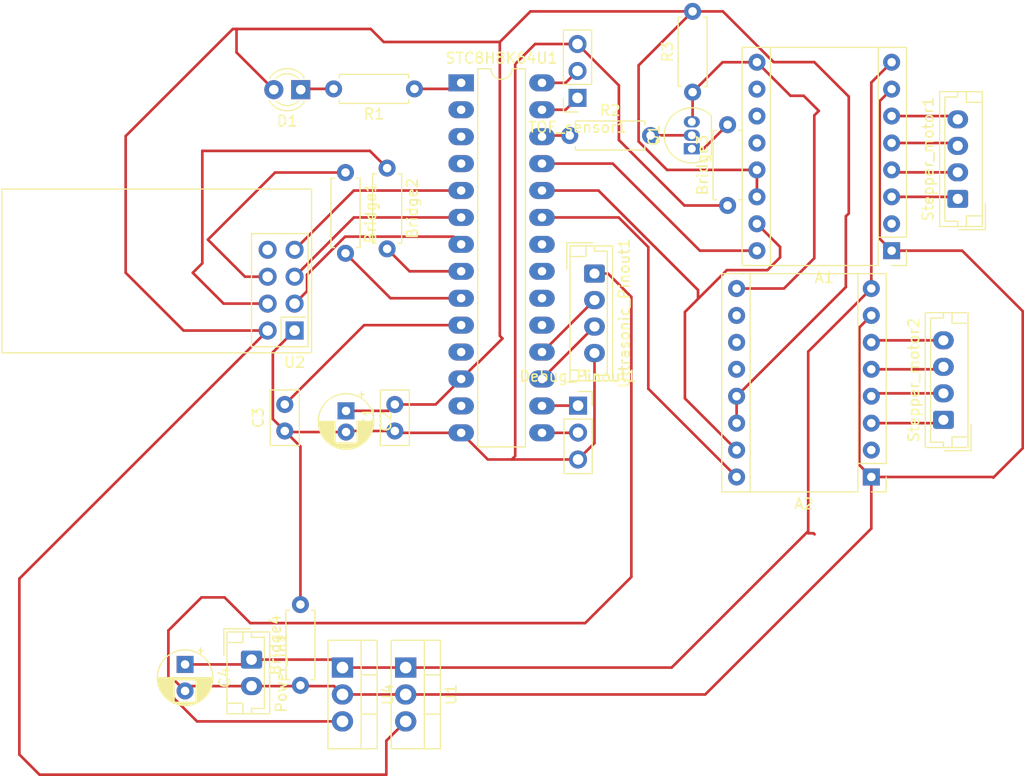
<source format=kicad_pcb>
(kicad_pcb (version 20221018) (generator pcbnew)
  (layers (0 "F.Cu" signal) (31 "B.Cu" signal) (34 "B.Paste" user) (35 "F.Paste" user) (36 "B.SilkS" user "B.Silkscreen") (37 "F.SilkS" user "F.Silkscreen") (38 "B.Mask" user) (39 "F.Mask" user) (44 "Edge.Cuts" user))
  (net 0 "")
  (net 1 "GND")
  (net 3 "Net-(A1-A2)")
  (net 4 "Net-(A1-A1)")
  (net 5 "Net-(A1-B1)")
  (net 6 "Net-(A1-B2)")
  (net 7 "+12V")
  (net 8 "ENABLE_INVERTED")
  (net 12 "+3.3V")
  (net 13 "STEP")
  (net 14 "DIR2")
  (net 16 "Net-(A2-A2)")
  (net 17 "Net-(A2-A1)")
  (net 18 "Net-(A2-B1)")
  (net 19 "Net-(A2-B2)")
  (net 23 "DIR1")
  (net 24 "Net-(STC8H8K64U1-Pin_10)")
  (net 25 "Net-(D1-K)")
  (net 26 "/TX")
  (net 27 "/RX")
  (net 28 "Net-(Q1-B)")
  (net 29 "/ENABLE")
  (net 30 "CSN")
  (net 31 "CE")
  (net 34 "MISO")
  (net 35 "SCLK")
  (net 36 "MOSI")
  (net 39 "ECHO")
  (net 40 "TRIGGER")
  (net 45 "SCL")
  (net 46 "SDA")
  (net 48 "+5V")
  (net 49 "Net-(STC8H8K64U1-Pin_9)")
  (net 50 "Net-(STC8H8K64U1-Pin_8)")
  (net 52 "Net-(Q1-E)")
  (net 53 "Net-(STC8H8K64U1-Pin_1)")
  (footprint "Connector_JST:JST_EH_B4B-EH-A_1x04_P2.50mm_Vertical" (layer "F.Cu") (at 129.775 94.525 -90)
    (fp_text reference "Ultrasonic_Pinout1" (at 3.75 -2.8 90) (layer "F.SilkS"))
    (fp_text value "Conn_01x04_Socket")
    (pad "1" thru_hole roundrect (at 0 0 270) (size 1.7 1.95) (drill 0.95) (layers "*.Cu" "*.Mask") (roundrect_rratio 0.147059) (net 48 "+5V"))
    (pad "2" thru_hole oval (at 2.5 0 270) (size 1.7 1.95) (drill 0.95) (layers "*.Cu" "*.Mask") (net 40 "TRIGGER"))
    (pad "3" thru_hole oval (at 5 0 270) (size 1.7 1.95) (drill 0.95) (layers "*.Cu" "*.Mask") (net 39 "ECHO"))
    (pad "4" thru_hole oval (at 7.5 0 270) (size 1.7 1.95) (drill 0.95) (layers "*.Cu" "*.Mask") (net 1 "GND"))
  )
  (footprint "Connector_PinSocket_2.54mm:PinSocket_1x03_P2.54mm_Vertical" (layer "F.Cu") (at 128.175 77.95 180)
    (fp_text reference "TOF_sensor1" (at 0 -2.77) (layer "F.SilkS"))
    (fp_text value "Conn_01x03_Socket")
    (pad "1" thru_hole rect (at 0 0 180) (size 1.7 1.7) (drill 1) (layers "*.Cu" "*.Mask") (net 46 "SDA"))
    (pad "2" thru_hole oval (at 0 2.54 180) (size 1.7 1.7) (drill 1) (layers "*.Cu" "*.Mask") (net 45 "SCL"))
    (pad "3" thru_hole oval (at 0 5.08 180) (size 1.7 1.7) (drill 1) (layers "*.Cu" "*.Mask") (net 1 "GND"))
  )
  (footprint "Capacitor_THT:C_Disc_D5.0mm_W2.5mm_P2.50mm" (layer "F.Cu") (at 110.95 109.375 90)
    (fp_text reference "C1" (at 1.25 -2.5 90) (layer "F.SilkS"))
    (fp_text value "10nF")
    (pad "1" thru_hole circle (at 0 0 90) (size 1.6 1.6) (drill 0.8) (layers "*.Cu" "*.Mask") (net 1 "GND"))
    (pad "2" thru_hole circle (at 2.5 0 90) (size 1.6 1.6) (drill 0.8) (layers "*.Cu" "*.Mask") (net 12 "+3.3V"))
  )
  (footprint "Connector_PinSocket_2.54mm:PinSocket_1x03_P2.54mm_Vertical" (layer "F.Cu") (at 128.225 106.985)
    (fp_text reference "Debug_Pinout1" (at 0 -2.77) (layer "F.SilkS"))
    (fp_text value "Conn_01x03_Socket")
    (pad "1" thru_hole rect (at 0 0) (size 1.7 1.7) (drill 1) (layers "*.Cu" "*.Mask") (net 26 "/TX"))
    (pad "2" thru_hole oval (at 0 2.54) (size 1.7 1.7) (drill 1) (layers "*.Cu" "*.Mask") (net 27 "/RX"))
    (pad "3" thru_hole oval (at 0 5.08) (size 1.7 1.7) (drill 1) (layers "*.Cu" "*.Mask") (net 1 "GND"))
  )
  (footprint "Connector_JST:JST_EH_B4B-EH-A_1x04_P2.50mm_Vertical" (layer "F.Cu") (at 162.675 108.325 90)
    (fp_text reference "Stepper_motor2" (at 3.75 -2.8 90) (layer "F.SilkS"))
    (fp_text value "Conn_01x04_Socket")
    (pad "1" thru_hole roundrect (at 0 0 90) (size 1.7 1.95) (drill 0.95) (layers "*.Cu" "*.Mask") (roundrect_rratio 0.147059) (net 16 "Net-(A2-A2)"))
    (pad "2" thru_hole oval (at 2.5 0 90) (size 1.7 1.95) (drill 0.95) (layers "*.Cu" "*.Mask") (net 17 "Net-(A2-A1)"))
    (pad "3" thru_hole oval (at 5 0 90) (size 1.7 1.95) (drill 0.95) (layers "*.Cu" "*.Mask") (net 18 "Net-(A2-B1)"))
    (pad "4" thru_hole oval (at 7.5 0 90) (size 1.7 1.95) (drill 0.95) (layers "*.Cu" "*.Mask") (net 19 "Net-(A2-B2)"))
  )
  (footprint "Module:Pololu_Breakout-16_15.2x20.3mm" (layer "F.Cu") (at 155.875 113.715 180)
    (fp_text reference "A2" (at 6.35 -2.54) (layer "F.SilkS"))
    (fp_text value "Pololu_Breakout_DRV8825")
    (pad "1" thru_hole rect (at 0 0 180) (size 1.6 1.6) (drill 0.8) (layers "*.Cu" "*.Mask") (net 1 "GND"))
    (pad "2" thru_hole oval (at 0 2.54 180) (size 1.6 1.6) (drill 0.8) (layers "*.Cu" "*.Mask"))
    (pad "3" thru_hole oval (at 0 5.08 180) (size 1.6 1.6) (drill 0.8) (layers "*.Cu" "*.Mask") (net 16 "Net-(A2-A2)"))
    (pad "4" thru_hole oval (at 0 7.62 180) (size 1.6 1.6) (drill 0.8) (layers "*.Cu" "*.Mask") (net 17 "Net-(A2-A1)"))
    (pad "5" thru_hole oval (at 0 10.16 180) (size 1.6 1.6) (drill 0.8) (layers "*.Cu" "*.Mask") (net 18 "Net-(A2-B1)"))
    (pad "6" thru_hole oval (at 0 12.7 180) (size 1.6 1.6) (drill 0.8) (layers "*.Cu" "*.Mask") (net 19 "Net-(A2-B2)"))
    (pad "7" thru_hole oval (at 0 15.24 180) (size 1.6 1.6) (drill 0.8) (layers "*.Cu" "*.Mask") (net 1 "GND"))
    (pad "8" thru_hole oval (at 0 17.78 180) (size 1.6 1.6) (drill 0.8) (layers "*.Cu" "*.Mask") (net 7 "+12V"))
    (pad "9" thru_hole oval (at 12.7 17.78 180) (size 1.6 1.6) (drill 0.8) (layers "*.Cu" "*.Mask") (net 8 "ENABLE_INVERTED"))
    (pad "10" thru_hole oval (at 12.7 15.24 180) (size 1.6 1.6) (drill 0.8) (layers "*.Cu" "*.Mask"))
    (pad "11" thru_hole oval (at 12.7 12.7 180) (size 1.6 1.6) (drill 0.8) (layers "*.Cu" "*.Mask"))
    (pad "12" thru_hole oval (at 12.7 10.16 180) (size 1.6 1.6) (drill 0.8) (layers "*.Cu" "*.Mask"))
    (pad "13" thru_hole oval (at 12.7 7.62 180) (size 1.6 1.6) (drill 0.8) (layers "*.Cu" "*.Mask") (net 12 "+3.3V"))
    (pad "14" thru_hole oval (at 12.7 5.08 180) (size 1.6 1.6) (drill 0.8) (layers "*.Cu" "*.Mask") (net 12 "+3.3V"))
    (pad "15" thru_hole oval (at 12.7 2.54 180) (size 1.6 1.6) (drill 0.8) (layers "*.Cu" "*.Mask") (net 13 "STEP"))
    (pad "16" thru_hole oval (at 12.7 0 180) (size 1.6 1.6) (drill 0.8) (layers "*.Cu" "*.Mask") (net 23 "DIR1"))
  )
  (footprint "Package_TO_SOT_THT:TO-220-3_Vertical" (layer "F.Cu") (at 111.975 131.695 -90)
    (fp_text reference "U1" (at 2.54 -4.27 90) (layer "F.SilkS"))
    (fp_text value "LD33v_TO220")
    (pad "1" thru_hole rect (at 0 0 270) (size 1.905 2) (drill 1.1) (layers "*.Cu" "*.Mask") (net 7 "+12V"))
    (pad "2" thru_hole oval (at 2.54 0 270) (size 1.905 2) (drill 1.1) (layers "*.Cu" "*.Mask") (net 1 "GND"))
    (pad "3" thru_hole oval (at 5.08 0 270) (size 1.905 2) (drill 1.1) (layers "*.Cu" "*.Mask") (net 12 "+3.3V"))
  )
  (footprint "Package_DIP:DIP-28_W7.62mm_LongPads" (layer "F.Cu") (at 117.205 76.53)
    (fp_text reference "STC8H8K64U1" (at 3.81 -2.33) (layer "F.SilkS"))
    (fp_text value "Conn_02x14_Counter_Clockwise")
    (pad "1" thru_hole rect (at 0 0) (size 2.4 1.6) (drill 0.8) (layers "*.Cu" "*.Mask") (net 53 "Net-(STC8H8K64U1-Pin_1)"))
    (pad "2" thru_hole oval (at 0 2.54) (size 2.4 1.6) (drill 0.8) (layers "*.Cu" "*.Mask"))
    (pad "3" thru_hole oval (at 0 5.08) (size 2.4 1.6) (drill 0.8) (layers "*.Cu" "*.Mask"))
    (pad "4" thru_hole oval (at 0 7.62) (size 2.4 1.6) (drill 0.8) (layers "*.Cu" "*.Mask"))
    (pad "5" thru_hole oval (at 0 10.16) (size 2.4 1.6) (drill 0.8) (layers "*.Cu" "*.Mask") (net 34 "MISO"))
    (pad "6" thru_hole oval (at 0 12.7) (size 2.4 1.6) (drill 0.8) (layers "*.Cu" "*.Mask") (net 35 "SCLK"))
    (pad "7" thru_hole oval (at 0 15.24) (size 2.4 1.6) (drill 0.8) (layers "*.Cu" "*.Mask") (net 31 "CE"))
    (pad "8" thru_hole oval (at 0 17.78) (size 2.4 1.6) (drill 0.8) (layers "*.Cu" "*.Mask") (net 50 "Net-(STC8H8K64U1-Pin_8)"))
    (pad "9" thru_hole oval (at 0 20.32) (size 2.4 1.6) (drill 0.8) (layers "*.Cu" "*.Mask") (net 49 "Net-(STC8H8K64U1-Pin_9)"))
    (pad "10" thru_hole oval (at 0 22.86) (size 2.4 1.6) (drill 0.8) (layers "*.Cu" "*.Mask") (net 24 "Net-(STC8H8K64U1-Pin_10)"))
    (pad "11" thru_hole oval (at 0 25.4) (size 2.4 1.6) (drill 0.8) (layers "*.Cu" "*.Mask"))
    (pad "12" thru_hole oval (at 0 27.94) (size 2.4 1.6) (drill 0.8) (layers "*.Cu" "*.Mask") (net 12 "+3.3V"))
    (pad "13" thru_hole oval (at 0 30.48) (size 2.4 1.6) (drill 0.8) (layers "*.Cu" "*.Mask"))
    (pad "14" thru_hole oval (at 0 33.02) (size 2.4 1.6) (drill 0.8) (layers "*.Cu" "*.Mask") (net 1 "GND"))
    (pad "15" thru_hole oval (at 7.62 33.02) (size 2.4 1.6) (drill 0.8) (layers "*.Cu" "*.Mask") (net 27 "/RX"))
    (pad "16" thru_hole oval (at 7.62 30.48) (size 2.4 1.6) (drill 0.8) (layers "*.Cu" "*.Mask") (net 26 "/TX"))
    (pad "17" thru_hole oval (at 7.62 27.94) (size 2.4 1.6) (drill 0.8) (layers "*.Cu" "*.Mask") (net 39 "ECHO"))
    (pad "18" thru_hole oval (at 7.62 25.4) (size 2.4 1.6) (drill 0.8) (layers "*.Cu" "*.Mask") (net 40 "TRIGGER"))
    (pad "19" thru_hole oval (at 7.62 22.86) (size 2.4 1.6) (drill 0.8) (layers "*.Cu" "*.Mask"))
    (pad "20" thru_hole oval (at 7.62 20.32) (size 2.4 1.6) (drill 0.8) (layers "*.Cu" "*.Mask"))
    (pad "21" thru_hole oval (at 7.62 17.78) (size 2.4 1.6) (drill 0.8) (layers "*.Cu" "*.Mask"))
    (pad "22" thru_hole oval (at 7.62 15.24) (size 2.4 1.6) (drill 0.8) (layers "*.Cu" "*.Mask"))
    (pad "23" thru_hole oval (at 7.62 12.7) (size 2.4 1.6) (drill 0.8) (layers "*.Cu" "*.Mask") (net 23 "DIR1"))
    (pad "24" thru_hole oval (at 7.62 10.16) (size 2.4 1.6) (drill 0.8) (layers "*.Cu" "*.Mask") (net 13 "STEP"))
    (pad "25" thru_hole oval (at 7.62 7.62) (size 2.4 1.6) (drill 0.8) (layers "*.Cu" "*.Mask") (net 14 "DIR2"))
    (pad "26" thru_hole oval (at 7.62 5.08) (size 2.4 1.6) (drill 0.8) (layers "*.Cu" "*.Mask") (net 29 "/ENABLE"))
    (pad "27" thru_hole oval (at 7.62 2.54) (size 2.4 1.6) (drill 0.8) (layers "*.Cu" "*.Mask") (net 46 "SDA"))
    (pad "28" thru_hole oval (at 7.62 0) (size 2.4 1.6) (drill 0.8) (layers "*.Cu" "*.Mask") (net 45 "SCL"))
  )
  (footprint "Capacitor_THT:CP_Radial_D5.0mm_P2.50mm" (layer "F.Cu") (at 91.175 131.4 -90)
    (fp_text reference "C4" (at 1.25 -3.75 90) (layer "F.SilkS"))
    (fp_text value "220uF")
    (pad "1" thru_hole rect (at 0 0 270) (size 1.6 1.6) (drill 0.8) (layers "*.Cu" "*.Mask") (net 7 "+12V"))
    (pad "2" thru_hole circle (at 2.5 0 270) (size 1.6 1.6) (drill 0.8) (layers "*.Cu" "*.Mask") (net 1 "GND"))
  )
  (footprint "Capacitor_THT:C_Disc_D5.0mm_W2.5mm_P2.50mm" (layer "F.Cu") (at 100.575 109.375 90)
    (fp_text reference "C3" (at 1.25 -2.5 90) (layer "F.SilkS"))
    (fp_text value "10nF")
    (pad "1" thru_hole circle (at 0 0 90) (size 1.6 1.6) (drill 0.8) (layers "*.Cu" "*.Mask") (net 1 "GND"))
    (pad "2" thru_hole circle (at 2.5 0 90) (size 1.6 1.6) (drill 0.8) (layers "*.Cu" "*.Mask") (net 24 "Net-(STC8H8K64U1-Pin_10)"))
  )
  (footprint "Resistor_THT:R_Axial_DIN0207_L6.3mm_D2.5mm_P7.62mm_Horizontal" (layer "F.Cu") (at 112.8 77.1 180)
    (fp_text reference "R1" (at 3.81 -2.37) (layer "F.SilkS"))
    (fp_text value "220")
    (pad "1" thru_hole circle (at 0 0 180) (size 1.6 1.6) (drill 0.8) (layers "*.Cu" "*.Mask") (net 53 "Net-(STC8H8K64U1-Pin_1)"))
    (pad "2" thru_hole oval (at 7.62 0 180) (size 1.6 1.6) (drill 0.8) (layers "*.Cu" "*.Mask") (net 25 "Net-(D1-K)"))
  )
  (footprint "Connector_JST:JST_EH_B4B-EH-A_1x04_P2.50mm_Vertical" (layer "F.Cu") (at 164.025 87.475 90)
    (fp_text reference "Stepper_motor1" (at 3.75 -2.8 90) (layer "F.SilkS"))
    (fp_text value "Conn_01x04_Socket")
    (pad "1" thru_hole roundrect (at 0 0 90) (size 1.7 1.95) (drill 0.95) (layers "*.Cu" "*.Mask") (roundrect_rratio 0.147059) (net 3 "Net-(A1-A2)"))
    (pad "2" thru_hole oval (at 2.5 0 90) (size 1.7 1.95) (drill 0.95) (layers "*.Cu" "*.Mask") (net 4 "Net-(A1-A1)"))
    (pad "3" thru_hole oval (at 5 0 90) (size 1.7 1.95) (drill 0.95) (layers "*.Cu" "*.Mask") (net 5 "Net-(A1-B1)"))
    (pad "4" thru_hole oval (at 7.5 0 90) (size 1.7 1.95) (drill 0.95) (layers "*.Cu" "*.Mask") (net 6 "Net-(A1-B2)"))
  )
  (footprint "Module:Pololu_Breakout-16_15.2x20.3mm" (layer "F.Cu") (at 157.79 92.365 180)
    (fp_text reference "A1" (at 6.35 -2.54) (layer "F.SilkS"))
    (fp_text value "Pololu_Breakout_DRV8825")
    (pad "1" thru_hole rect (at 0 0 180) (size 1.6 1.6) (drill 0.8) (layers "*.Cu" "*.Mask") (net 1 "GND"))
    (pad "2" thru_hole oval (at 0 2.54 180) (size 1.6 1.6) (drill 0.8) (layers "*.Cu" "*.Mask"))
    (pad "3" thru_hole oval (at 0 5.08 180) (size 1.6 1.6) (drill 0.8) (layers "*.Cu" "*.Mask") (net 3 "Net-(A1-A2)"))
    (pad "4" thru_hole oval (at 0 7.62 180) (size 1.6 1.6) (drill 0.8) (layers "*.Cu" "*.Mask") (net 4 "Net-(A1-A1)"))
    (pad "5" thru_hole oval (at 0 10.16 180) (size 1.6 1.6) (drill 0.8) (layers "*.Cu" "*.Mask") (net 5 "Net-(A1-B1)"))
    (pad "6" thru_hole oval (at 0 12.7 180) (size 1.6 1.6) (drill 0.8) (layers "*.Cu" "*.Mask") (net 6 "Net-(A1-B2)"))
    (pad "7" thru_hole oval (at 0 15.24 180) (size 1.6 1.6) (drill 0.8) (layers "*.Cu" "*.Mask") (net 1 "GND"))
    (pad "8" thru_hole oval (at 0 17.78 180) (size 1.6 1.6) (drill 0.8) (layers "*.Cu" "*.Mask") (net 7 "+12V"))
    (pad "9" thru_hole oval (at 12.7 17.78 180) (size 1.6 1.6) (drill 0.8) (layers "*.Cu" "*.Mask") (net 8 "ENABLE_INVERTED"))
    (pad "10" thru_hole oval (at 12.7 15.24 180) (size 1.6 1.6) (drill 0.8) (layers "*.Cu" "*.Mask"))
    (pad "11" thru_hole oval (at 12.7 12.7 180) (size 1.6 1.6) (drill 0.8) (layers "*.Cu" "*.Mask"))
    (pad "12" thru_hole oval (at 12.7 10.16 180) (size 1.6 1.6) (drill 0.8) (layers "*.Cu" "*.Mask"))
    (pad "13" thru_hole oval (at 12.7 7.62 180) (size 1.6 1.6) (drill 0.8) (layers "*.Cu" "*.Mask") (net 12 "+3.3V"))
    (pad "14" thru_hole oval (at 12.7 5.08 180) (size 1.6 1.6) (drill 0.8) (layers "*.Cu" "*.Mask") (net 12 "+3.3V"))
    (pad "15" thru_hole oval (at 12.7 2.54 180) (size 1.6 1.6) (drill 0.8) (layers "*.Cu" "*.Mask") (net 13 "STEP"))
    (pad "16" thru_hole oval (at 12.7 0 180) (size 1.6 1.6) (drill 0.8) (layers "*.Cu" "*.Mask") (net 14 "DIR2"))
  )
  (footprint "Resistor_THT:R_Axial_DIN0207_L6.3mm_D2.5mm_P7.62mm_Horizontal" (layer "F.Cu") (at 110.225 84.575 -90)
    (fp_text reference "Bridge2" (at 3.81 -2.37 90) (layer "F.SilkS"))
    (fp_text value "0ohm")
    (pad "1" thru_hole circle (at 0 0 270) (size 1.6 1.6) (drill 0.8) (layers "*.Cu" "*.Mask") (net 30 "CSN"))
    (pad "2" thru_hole oval (at 7.62 0 270) (size 1.6 1.6) (drill 0.8) (layers "*.Cu" "*.Mask") (net 50 "Net-(STC8H8K64U1-Pin_8)"))
  )
  (footprint "Connector_JST:JST_EH_B2B-EH-A_1x02_P2.50mm_Vertical" (layer "F.Cu") (at 97.44 130.945 -90)
    (fp_text reference "Power_in1" (at 1.25 -2.8 90) (layer "F.SilkS"))
    (fp_text value "Conn_01x02_Socket")
    (pad "1" thru_hole roundrect (at 0 0 270) (size 1.7 2) (drill 1) (layers "*.Cu" "*.Mask") (roundrect_rratio 0.147059) (net 7 "+12V"))
    (pad "2" thru_hole oval (at 2.5 0 270) (size 1.7 2) (drill 1) (layers "*.Cu" "*.Mask") (net 1 "GND"))
  )
  (footprint "RF_Module:nRF24L01_Breakout" (layer "F.Cu") (at 101.5 99.9 180)
    (fp_text reference "U2" (at 0 -3) (layer "F.SilkS"))
    (fp_text value "NRF24L01_Breakout")
    (pad "1" thru_hole rect (at 0 0 180) (size 1.7 1.7) (drill 1) (layers "*.Cu" "*.Mask") (net 1 "GND"))
    (pad "2" thru_hole circle (at 2.54 0 180) (size 1.7 1.7) (drill 1) (layers "*.Cu" "*.Mask") (net 12 "+3.3V"))
    (pad "3" thru_hole circle (at 0 2.54 180) (size 1.7 1.7) (drill 1) (layers "*.Cu" "*.Mask") (net 31 "CE"))
    (pad "4" thru_hole circle (at 2.54 2.54 180) (size 1.7 1.7) (drill 1) (layers "*.Cu" "*.Mask") (net 30 "CSN"))
    (pad "5" thru_hole circle (at 0 5.08 180) (size 1.7 1.7) (drill 1) (layers "*.Cu" "*.Mask") (net 35 "SCLK"))
    (pad "6" thru_hole circle (at 2.54 5.08 180) (size 1.7 1.7) (drill 1) (layers "*.Cu" "*.Mask") (net 36 "MOSI"))
    (pad "7" thru_hole circle (at 0 7.62 180) (size 1.7 1.7) (drill 1) (layers "*.Cu" "*.Mask") (net 34 "MISO"))
    (pad "8" thru_hole circle (at 2.54 7.62 180) (size 1.7 1.7) (drill 1) (layers "*.Cu" "*.Mask"))
  )
  (footprint "Resistor_THT:R_Axial_DIN0207_L6.3mm_D2.5mm_P7.62mm_Horizontal" (layer "F.Cu") (at 142.325 88.1 90)
    (fp_text reference "Bridge3" (at 3.81 -2.37 90) (layer "F.SilkS"))
    (fp_text value "0ohm")
    (pad "1" thru_hole circle (at 0 0 90) (size 1.6 1.6) (drill 0.8) (layers "*.Cu" "*.Mask") (net 1 "GND"))
    (pad "2" thru_hole oval (at 7.62 0 90) (size 1.6 1.6) (drill 0.8) (layers "*.Cu" "*.Mask") (net 52 "Net-(Q1-E)"))
  )
  (footprint "Resistor_THT:R_Axial_DIN0207_L6.3mm_D2.5mm_P7.62mm_Horizontal" (layer "F.Cu") (at 127.44 81.5)
    (fp_text reference "R2" (at 3.81 -2.37) (layer "F.SilkS"))
    (fp_text value "1k")
    (pad "1" thru_hole circle (at 0 0) (size 1.6 1.6) (drill 0.8) (layers "*.Cu" "*.Mask") (net 29 "/ENABLE"))
    (pad "2" thru_hole oval (at 7.62 0) (size 1.6 1.6) (drill 0.8) (layers "*.Cu" "*.Mask") (net 28 "Net-(Q1-B)"))
  )
  (footprint "Resistor_THT:R_Axial_DIN0207_L6.3mm_D2.5mm_P7.62mm_Horizontal" (layer "F.Cu") (at 106.3 84.99 -90)
    (fp_text reference "Bridge1" (at 3.81 -2.37 90) (layer "F.SilkS"))
    (fp_text value "0ohm")
    (pad "1" thru_hole circle (at 0 0 270) (size 1.6 1.6) (drill 0.8) (layers "*.Cu" "*.Mask") (net 36 "MOSI"))
    (pad "2" thru_hole oval (at 7.62 0 270) (size 1.6 1.6) (drill 0.8) (layers "*.Cu" "*.Mask") (net 49 "Net-(STC8H8K64U1-Pin_9)"))
  )
  (footprint "LED_THT:LED_D3.0mm" (layer "F.Cu") (at 102.08 77.175 180)
    (fp_text reference "D1" (at 1.27 -2.96) (layer "F.SilkS"))
    (fp_text value "LED")
    (pad "1" thru_hole rect (at 0 0 180) (size 1.8 1.8) (drill 0.9) (layers "*.Cu" "*.Mask") (net 25 "Net-(D1-K)"))
    (pad "2" thru_hole circle (at 2.54 0 180) (size 1.8 1.8) (drill 0.9) (layers "*.Cu" "*.Mask") (net 12 "+3.3V"))
  )
  (footprint "Package_TO_SOT_THT:TO-92_Inline" (layer "F.Cu") (at 138.95 82.75 90)
    (fp_text reference "Q1" (at 1.27 -3.56 90) (layer "F.SilkS"))
    (fp_text value "S8050")
    (pad "1" thru_hole rect (at 0 0 90) (size 1.05 1.5) (drill 0.75) (layers "*.Cu" "*.Mask") (net 52 "Net-(Q1-E)"))
    (pad "2" thru_hole oval (at 1.27 0 90) (size 1.05 1.5) (drill 0.75) (layers "*.Cu" "*.Mask") (net 28 "Net-(Q1-B)"))
    (pad "3" thru_hole oval (at 2.54 0 90) (size 1.05 1.5) (drill 0.75) (layers "*.Cu" "*.Mask") (net 8 "ENABLE_INVERTED"))
  )
  (footprint "Resistor_THT:R_Axial_DIN0207_L6.3mm_D2.5mm_P7.62mm_Horizontal" (layer "F.Cu") (at 139.025 77.41 90)
    (fp_text reference "R3" (at 3.81 -2.37 90) (layer "F.SilkS"))
    (fp_text value "220")
    (pad "1" thru_hole circle (at 0 0 90) (size 1.6 1.6) (drill 0.8) (layers "*.Cu" "*.Mask") (net 8 "ENABLE_INVERTED"))
    (pad "2" thru_hole oval (at 7.62 0 90) (size 1.6 1.6) (drill 0.8) (layers "*.Cu" "*.Mask") (net 12 "+3.3V"))
  )
  (footprint "Resistor_THT:R_Axial_DIN0207_L6.3mm_D2.5mm_P7.62mm_Horizontal" (layer "F.Cu") (at 102.05 133.375 90)
    (fp_text reference "Bridge4" (at 3.81 -2.37 90) (layer "F.SilkS"))
    (fp_text value "0ohm")
    (pad "1" thru_hole circle (at 0 0 90) (size 1.6 1.6) (drill 0.8) (layers "*.Cu" "*.Mask") (net 1 "GND"))
    (pad "2" thru_hole oval (at 7.62 0 90) (size 1.6 1.6) (drill 0.8) (layers "*.Cu" "*.Mask") (net 1 "GND"))
  )
  (footprint "Package_TO_SOT_THT:TO-220-3_Vertical" (layer "F.Cu") (at 106.015 131.695 -90)
    (fp_text reference "U4" (at 2.54 -4.27 90) (layer "F.SilkS"))
    (fp_text value "LM7805_TO220")
    (pad "1" thru_hole rect (at 0 0 270) (size 1.905 2) (drill 1.1) (layers "*.Cu" "*.Mask") (net 7 "+12V"))
    (pad "2" thru_hole oval (at 2.54 0 270) (size 1.905 2) (drill 1.1) (layers "*.Cu" "*.Mask") (net 1 "GND"))
    (pad "3" thru_hole oval (at 5.08 0 270) (size 1.905 2) (drill 1.1) (layers "*.Cu" "*.Mask") (net 48 "+5V"))
  )
  (footprint "Capacitor_THT:CP_Radial_D5.0mm_P2.00mm" (layer "F.Cu") (at 106.35 107.475 -90)
    (fp_text reference "C2" (at 1 -3.75 90) (layer "F.SilkS"))
    (fp_text value "22uF")
    (pad "1" thru_hole rect (at 0 0 270) (size 1.6 1.6) (drill 0.8) (layers "*.Cu" "*.Mask") (net 12 "+3.3V"))
    (pad "2" thru_hole circle (at 2 0 270) (size 1.6 1.6) (drill 0.8) (layers "*.Cu" "*.Mask") (net 1 "GND"))
  )
  (segment (start 117.205 109.55) (end 111.125 109.55) (width 0.25) (layer "F.Cu") (net 1))
  (segment (start 164.44 92.365) (end 170.15 98.075) (width 0.25) (layer "F.Cu") (net 1))
  (segment (start 122.3 74.75) (end 122.3 111.74) (width 0.25) (layer "F.Cu") (net 1))
  (segment (start 155.875 118.575) (end 140.215 134.235) (width 0.25) (layer "F.Cu") (net 1))
  (segment (start 167.315 113.715) (end 155.875 113.715) (width 0.25) (layer "F.Cu") (net 1))
  (segment (start 170.15 111) (end 167.375 113.775) (width 0.25) (layer "F.Cu") (net 1))
  (segment (start 156.665 91.24) (end 157.79 92.365) (width 0.25) (layer "F.Cu") (net 1))
  (segment (start 154.75 112.59) (end 155.875 113.715) (width 0.25) (layer "F.Cu") (net 1))
  (segment (start 111.125 109.55) (end 110.95 109.375) (width 0.25) (layer "F.Cu") (net 1))
  (segment (start 106.015 134.235) (end 111.975 134.235) (width 0.25) (layer "F.Cu") (net 1))
  (segment (start 157.79 92.365) (end 164.44 92.365) (width 0.25) (layer "F.Cu") (net 1))
  (segment (start 90.05 132.775) (end 91.175 133.9) (width 0.25) (layer "F.Cu") (net 1))
  (segment (start 124.18 72.87) (end 122.3 74.75) (width 0.25) (layer "F.Cu") (net 1))
  (segment (start 122.3 111.74) (end 121.975 112.065) (width 0.25) (layer "F.Cu") (net 1))
  (segment (start 119.72 112.065) (end 121.975 112.065) (width 0.25) (layer "F.Cu") (net 1))
  (segment (start 99.45 101.95) (end 99.45 108.25) (width 0.25) (layer "F.Cu") (net 1))
  (segment (start 102.05 125.755) (end 102.05 110.85) (width 0.25) (layer "F.Cu") (net 1))
  (segment (start 132.075 81.925) (end 132.075 76.77) (width 0.25) (layer "F.Cu") (net 1))
  (segment (start 117.205 109.55) (end 119.72 112.065) (width 0.25) (layer "F.Cu") (net 1))
  (segment (start 128.175 72.87) (end 124.18 72.87) (width 0.25) (layer "F.Cu") (net 1))
  (segment (start 155.875 98.475) (end 154.75 99.6) (width 0.25) (layer "F.Cu") (net 1))
  (segment (start 91.63 133.445) (end 91.175 133.9) (width 0.25) (layer "F.Cu") (net 1))
  (segment (start 156.665 78.25) (end 156.665 91.24) (width 0.25) (layer "F.Cu") (net 1))
  (segment (start 129.775 110.515) (end 128.225 112.065) (width 0.25) (layer "F.Cu") (net 1))
  (segment (start 140.215 134.235) (end 111.975 134.235) (width 0.25) (layer "F.Cu") (net 1))
  (segment (start 142.325 88.1) (end 138.25 88.1) (width 0.25) (layer "F.Cu") (net 1))
  (segment (start 102.05 110.85) (end 100.575 109.375) (width 0.25) (layer "F.Cu") (net 1))
  (segment (start 106.35 109.475) (end 100.675 109.475) (width 0.25) (layer "F.Cu") (net 1))
  (segment (start 100.675 109.475) (end 100.575 109.375) (width 0.25) (layer "F.Cu") (net 1))
  (segment (start 106.45 109.375) (end 106.35 109.475) (width 0.25) (layer "F.Cu") (net 1))
  (segment (start 99.45 108.25) (end 100.575 109.375) (width 0.25) (layer "F.Cu") (net 1))
  (segment (start 105.225 133.445) (end 106.015 134.235) (width 0.25) (layer "F.Cu") (net 1))
  (segment (start 138.25 88.1) (end 132.075 81.925) (width 0.25) (layer "F.Cu") (net 1))
  (segment (start 122.175 112.065) (end 128.225 112.065) (width 0.25) (layer "F.Cu") (net 1))
  (segment (start 170.15 98.075) (end 170.15 111) (width 0.25) (layer "F.Cu") (net 1))
  (segment (start 167.375 113.775) (end 167.315 113.715) (width 0.25) (layer "F.Cu") (net 1))
  (segment (start 121.975 112.065) (end 122.175 112.065) (width 0.25) (layer "F.Cu") (net 1))
  (segment (start 154.75 99.6) (end 154.75 112.59) (width 0.25) (layer "F.Cu") (net 1))
  (segment (start 97.44 133.445) (end 91.63 133.445) (width 0.25) (layer "F.Cu") (net 1))
  (segment (start 129.775 102.025) (end 129.775 110.515) (width 0.25) (layer "F.Cu") (net 1))
  (segment (start 155.875 113.715) (end 155.875 118.575) (width 0.25) (layer "F.Cu") (net 1))
  (segment (start 97.44 133.445) (end 105.225 133.445) (width 0.25) (layer "F.Cu") (net 1))
  (segment (start 101.5 99.9) (end 99.45 101.95) (width 0.25) (layer "F.Cu") (net 1))
  (segment (start 132.075 76.77) (end 128.175 72.87) (width 0.25) (layer "F.Cu") (net 1))
  (segment (start 110.95 109.375) (end 106.45 109.375) (width 0.25) (layer "F.Cu") (net 1))
  (segment (start 157.79 77.125) (end 156.665 78.25) (width 0.25) (layer "F.Cu") (net 1))
  (segment (start 157.79 87.285) (end 163.835 87.285) (width 0.25) (layer "F.Cu") (net 3))
  (segment (start 163.835 87.285) (end 164.025 87.475) (width 0.25) (layer "F.Cu") (net 3))
  (segment (start 158.02 84.975) (end 157.79 84.745) (width 0.25) (layer "F.Cu") (net 4))
  (segment (start 164.025 84.975) (end 158.02 84.975) (width 0.25) (layer "F.Cu") (net 4))
  (segment (start 163.755 82.205) (end 164.025 82.475) (width 0.25) (layer "F.Cu") (net 5))
  (segment (start 157.79 82.205) (end 163.755 82.205) (width 0.25) (layer "F.Cu") (net 5))
  (segment (start 157.79 79.665) (end 163.715 79.665) (width 0.25) (layer "F.Cu") (net 6))
  (segment (start 163.715 79.665) (end 164.025 79.975) (width 0.25) (layer "F.Cu") (net 6))
  (segment (start 155.875 95.935) (end 155.875 76.5) (width 0.25) (layer "F.Cu") (net 7))
  (segment (start 105.265 130.945) (end 106.015 131.695) (width 0.25) (layer "F.Cu") (net 7))
  (segment (start 149.925 119.025) (end 150.425 119.025) (width 0.25) (layer "F.Cu") (net 7))
  (segment (start 137.055 131.695) (end 149.925 118.825) (width 0.25) (layer "F.Cu") (net 7))
  (segment (start 96.985 131.4) (end 97.44 130.945) (width 0.25) (layer "F.Cu") (net 7))
  (segment (start 149.925 101.885) (end 149.925 118.825) (width 0.25) (layer "F.Cu") (net 7))
  (segment (start 91.175 131.4) (end 96.985 131.4) (width 0.25) (layer "F.Cu") (net 7))
  (segment (start 150.425 119.025) (end 150.525 119.125) (width 0.25) (layer "F.Cu") (net 7))
  (segment (start 149.925 118.825) (end 149.925 119.025) (width 0.25) (layer "F.Cu") (net 7))
  (segment (start 155.875 76.5) (end 157.79 74.585) (width 0.25) (layer "F.Cu") (net 7))
  (segment (start 155.875 95.935) (end 149.925 101.885) (width 0.25) (layer "F.Cu") (net 7))
  (segment (start 97.44 130.945) (end 105.265 130.945) (width 0.25) (layer "F.Cu") (net 7))
  (segment (start 111.975 131.695) (end 137.055 131.695) (width 0.25) (layer "F.Cu") (net 7))
  (segment (start 106.015 131.695) (end 111.975 131.695) (width 0.25) (layer "F.Cu") (net 7))
  (segment (start 145.09 74.585) (end 148.255 77.75) (width 0.25) (layer "F.Cu") (net 8))
  (segment (start 147.64 95.935) (end 143.175 95.935) (width 0.25) (layer "F.Cu") (net 8))
  (segment (start 139.025 80.135) (end 138.95 80.21) (width 0.25) (layer "F.Cu") (net 8))
  (segment (start 150.925 79.175) (end 150.5 79.6) (width 0.25) (layer "F.Cu") (net 8))
  (segment (start 150.5 93.075) (end 147.64 95.935) (width 0.25) (layer "F.Cu") (net 8))
  (segment (start 150.5 79.6) (end 150.5 93.075) (width 0.25) (layer "F.Cu") (net 8))
  (segment (start 149.5 77.75) (end 150.925 79.175) (width 0.25) (layer "F.Cu") (net 8))
  (segment (start 139.025 77.41) (end 139.025 80.135) (width 0.25) (layer "F.Cu") (net 8))
  (segment (start 141.85 74.585) (end 139.025 77.41) (width 0.25) (layer "F.Cu") (net 8))
  (segment (start 148.255 77.75) (end 149.5 77.75) (width 0.25) (layer "F.Cu") (net 8))
  (segment (start 145.09 74.585) (end 141.85 74.585) (width 0.25) (layer "F.Cu") (net 8))
  (segment (start 96.025 71.45) (end 95.675 71.45) (width 0.25) (layer "F.Cu") (net 12))
  (segment (start 96.025 73.66) (end 96.025 71.45) (width 0.25) (layer "F.Cu") (net 12))
  (segment (start 75.55 123.31) (end 98.96 99.9) (width 0.25) (layer "F.Cu") (net 12))
  (segment (start 110.15 138.6) (end 110.15 141.8) (width 0.25) (layer "F.Cu") (net 12))
  (segment (start 117.205 104.47) (end 118.73 102.945) (width 0.25) (layer "F.Cu") (net 12))
  (segment (start 139.025 69.79) (end 123.735 69.79) (width 0.25) (layer "F.Cu") (net 12))
  (segment (start 153.75 88.85) (end 153.475 89.125) (width 0.25) (layer "F.Cu") (net 12))
  (segment (start 114.8 106.875) (end 117.205 104.47) (width 0.25) (layer "F.Cu") (net 12))
  (segment (start 143.175 108.635) (end 143.175 106.095) (width 0.25) (layer "F.Cu") (net 12))
  (segment (start 111.975 136.775) (end 110.15 138.6) (width 0.25) (layer "F.Cu") (net 12))
  (segment (start 141.878878 69.79) (end 146.665 74.576122) (width 0.25) (layer "F.Cu") (net 12))
  (segment (start 75.55 139.9) (end 75.55 123.31) (width 0.25) (layer "F.Cu") (net 12))
  (segment (start 95.675 71.45) (end 85.575 81.55) (width 0.25) (layer "F.Cu") (net 12))
  (segment (start 123.735 69.79) (end 120.85 72.675) (width 0.25) (layer "F.Cu") (net 12))
  (segment (start 118.805 102.945) (end 121.1 100.65) (width 0.25) (layer "F.Cu") (net 12))
  (segment (start 110.15 141.8) (end 77.45 141.8) (width 0.25) (layer "F.Cu") (net 12))
  (segment (start 108.675 71.45) (end 96.025 71.45) (width 0.25) (layer "F.Cu") (net 12))
  (segment (start 145.09 87.285) (end 145.09 84.745) (width 0.25) (layer "F.Cu") (net 12))
  (segment (start 85.575 81.55) (end 85.575 94.45) (width 0.25) (layer "F.Cu") (net 12))
  (segment (start 133.935 82.06) (end 136.62 84.745) (width 0.25) (layer "F.Cu") (net 12))
  (segment (start 120.85 72.675) (end 109.9 72.675) (width 0.25) (layer "F.Cu") (net 12))
  (segment (start 153.75 77.825) (end 153.75 88.85) (width 0.25) (layer "F.Cu") (net 12))
  (segment (start 136.62 84.745) (end 145.09 84.745) (width 0.25) (layer "F.Cu") (net 12))
  (segment (start 139.025 69.79) (end 141.878878 69.79) (width 0.25) (layer "F.Cu") (net 12))
  (segment (start 153.475 95.795) (end 143.175 106.095) (width 0.25) (layer "F.Cu") (net 12))
  (segment (start 121.1 100.65) (end 120.85 100.4) (width 0.25) (layer "F.Cu") (net 12))
  (segment (start 133.935 74.88) (end 133.935 82.06) (width 0.25) (layer "F.Cu") (net 12))
  (segment (start 118.73 102.945) (end 118.805 102.945) (width 0.25) (layer "F.Cu") (net 12))
  (segment (start 91.025 99.9) (end 98.96 99.9) (width 0.25) (layer "F.Cu") (net 12))
  (segment (start 85.575 94.45) (end 91.025 99.9) (width 0.25) (layer "F.Cu") (net 12))
  (segment (start 77.45 141.8) (end 75.55 139.9) (width 0.25) (layer "F.Cu") (net 12))
  (segment (start 150.501122 74.576122) (end 153.75 77.825) (width 0.25) (layer "F.Cu") (net 12))
  (segment (start 110.35 107.475) (end 110.95 106.875) (width 0.25) (layer "F.Cu") (net 12))
  (segment (start 146.665 74.576122) (end 150.501122 74.576122) (width 0.25) (layer "F.Cu") (net 12))
  (segment (start 106.35 107.475) (end 110.35 107.475) (width 0.25) (layer "F.Cu") (net 12))
  (segment (start 153.475 89.125) (end 153.475 95.795) (width 0.25) (layer "F.Cu") (net 12))
  (segment (start 109.9 72.675) (end 108.675 71.45) (width 0.25) (layer "F.Cu") (net 12))
  (segment (start 120.85 100.4) (end 120.85 72.675) (width 0.25) (layer "F.Cu") (net 12))
  (segment (start 139.025 69.79) (end 133.935 74.88) (width 0.25) (layer "F.Cu") (net 12))
  (segment (start 110.95 106.875) (end 114.8 106.875) (width 0.25) (layer "F.Cu") (net 12))
  (segment (start 99.54 77.175) (end 96.025 73.66) (width 0.25) (layer "F.Cu") (net 12))
  (segment (start 147.275 93) (end 146.075 94.2) (width 0.25) (layer "F.Cu") (net 13))
  (segment (start 139.5375 96.9125) (end 138.3 98.15) (width 0.25) (layer "F.Cu") (net 13))
  (segment (start 130.151396 86.69) (end 139.5375 96.076104) (width 0.25) (layer "F.Cu") (net 13))
  (segment (start 124.825 86.69) (end 130.151396 86.69) (width 0.25) (layer "F.Cu") (net 13))
  (segment (start 147.275 92.01) (end 147.275 93) (width 0.25) (layer "F.Cu") (net 13))
  (segment (start 146.075 94.2) (end 142.25 94.2) (width 0.25) (layer "F.Cu") (net 13))
  (segment (start 145.09 89.825) (end 147.275 92.01) (width 0.25) (layer "F.Cu") (net 13))
  (segment (start 139.5375 96.076104) (end 139.5375 96.9125) (width 0.25) (layer "F.Cu") (net 13))
  (segment (start 142.25 94.2) (end 139.5375 96.9125) (width 0.25) (layer "F.Cu") (net 13))
  (segment (start 138.3 98.15) (end 138.3 106.3) (width 0.25) (layer "F.Cu") (net 13))
  (segment (start 143.175 111.175) (end 138.3 106.3) (width 0.25) (layer "F.Cu") (net 13))
  (segment (start 131.5 84.15) (end 124.825 84.15) (width 0.25) (layer "F.Cu") (net 14))
  (segment (start 145.09 92.365) (end 139.715 92.365) (width 0.25) (layer "F.Cu") (net 14))
  (segment (start 139.715 92.365) (end 131.5 84.15) (width 0.25) (layer "F.Cu") (net 14))
  (segment (start 155.875 108.635) (end 162.365 108.635) (width 0.25) (layer "F.Cu") (net 16))
  (segment (start 162.365 108.635) (end 162.675 108.325) (width 0.25) (layer "F.Cu") (net 16))
  (segment (start 156.145 105.825) (end 155.875 106.095) (width 0.25) (layer "F.Cu") (net 17))
  (segment (start 162.675 105.825) (end 156.145 105.825) (width 0.25) (layer "F.Cu") (net 17))
  (segment (start 155.875 103.555) (end 162.445 103.555) (width 0.25) (layer "F.Cu") (net 18))
  (segment (start 162.445 103.555) (end 162.675 103.325) (width 0.25) (layer "F.Cu") (net 18))
  (segment (start 162.675 100.825) (end 156.065 100.825) (width 0.25) (layer "F.Cu") (net 19))
  (segment (start 156.065 100.825) (end 155.875 101.015) (width 0.25) (layer "F.Cu") (net 19))
  (segment (start 134.85 92.025) (end 134.85 105.39) (width 0.25) (layer "F.Cu") (net 23))
  (segment (start 132.055 89.23) (end 134.85 92.025) (width 0.25) (layer "F.Cu") (net 23))
  (segment (start 134.85 105.39) (end 143.175 113.715) (width 0.25) (layer "F.Cu") (net 23))
  (segment (start 124.825 89.23) (end 132.055 89.23) (width 0.25) (layer "F.Cu") (net 23))
  (segment (start 100.575 106.875) (end 108.06 99.39) (width 0.25) (layer "F.Cu") (net 24))
  (segment (start 108.06 99.39) (end 117.205 99.39) (width 0.25) (layer "F.Cu") (net 24))
  (segment (start 105.18 77.1) (end 102.155 77.1) (width 0.25) (layer "F.Cu") (net 25))
  (segment (start 102.155 77.1) (end 102.08 77.175) (width 0.25) (layer "F.Cu") (net 25))
  (segment (start 128.225 106.985) (end 124.85 106.985) (width 0.25) (layer "F.Cu") (net 26))
  (segment (start 124.85 106.985) (end 124.825 107.01) (width 0.25) (layer "F.Cu") (net 26))
  (segment (start 128.2 109.55) (end 128.225 109.525) (width 0.25) (layer "F.Cu") (net 27))
  (segment (start 124.825 109.55) (end 128.2 109.55) (width 0.25) (layer "F.Cu") (net 27))
  (segment (start 135.08 81.48) (end 135.06 81.5) (width 0.25) (layer "F.Cu") (net 28))
  (segment (start 138.95 81.48) (end 135.08 81.48) (width 0.25) (layer "F.Cu") (net 28))
  (segment (start 127.44 81.5) (end 124.935 81.5) (width 0.25) (layer "F.Cu") (net 29))
  (segment (start 124.935 81.5) (end 124.825 81.61) (width 0.25) (layer "F.Cu") (net 29))
  (segment (start 92.8 82.95) (end 92.8 93.55) (width 0.25) (layer "F.Cu") (net 30))
  (segment (start 110.225 84.575) (end 108.6 82.95) (width 0.25) (layer "F.Cu") (net 30))
  (segment (start 108.6 82.95) (end 92.8 82.95) (width 0.25) (layer "F.Cu") (net 30))
  (segment (start 94.81 97.36) (end 98.96 97.36) (width 0.25) (layer "F.Cu") (net 30))
  (segment (start 92.8 93.55) (end 91.9 94.45) (width 0.25) (layer "F.Cu") (net 30))
  (segment (start 91.9 94.45) (end 94.81 97.36) (width 0.25) (layer "F.Cu") (net 30))
  (segment (start 116.477399 91.042399) (end 106.257601 91.042399) (width 0.25) (layer "F.Cu") (net 31))
  (segment (start 102.675 94.625) (end 102.675 96.185) (width 0.25) (layer "F.Cu") (net 31))
  (segment (start 117.205 91.77) (end 116.477399 91.042399) (width 0.25) (layer "F.Cu") (net 31))
  (segment (start 106.257601 91.042399) (end 102.675 94.625) (width 0.25) (layer "F.Cu") (net 31))
  (segment (start 102.675 96.185) (end 101.5 97.36) (width 0.25) (layer "F.Cu") (net 31))
  (segment (start 107.09 86.69) (end 101.5 92.28) (width 0.25) (layer "F.Cu") (net 34))
  (segment (start 117.205 86.69) (end 107.09 86.69) (width 0.25) (layer "F.Cu") (net 34))
  (segment (start 117.205 89.23) (end 107.09 89.23) (width 0.25) (layer "F.Cu") (net 35))
  (segment (start 107.09 89.23) (end 101.5 94.82) (width 0.25) (layer "F.Cu") (net 35))
  (segment (start 106.3 84.99) (end 99.66 84.99) (width 0.25) (layer "F.Cu") (net 36))
  (segment (start 93.325 91.325) (end 96.82 94.82) (width 0.25) (layer "F.Cu") (net 36))
  (segment (start 96.82 94.82) (end 98.96 94.82) (width 0.25) (layer "F.Cu") (net 36))
  (segment (start 99.66 84.99) (end 93.325 91.325) (width 0.25) (layer "F.Cu") (net 36))
  (segment (start 129.77 99.525) (end 129.775 99.525) (width 0.25) (layer "F.Cu") (net 39))
  (segment (start 124.825 104.47) (end 129.77 99.525) (width 0.25) (layer "F.Cu") (net 39))
  (segment (start 124.87 101.93) (end 124.825 101.93) (width 0.25) (layer "F.Cu") (net 40))
  (segment (start 129.775 97.025) (end 124.87 101.93) (width 0.25) (layer "F.Cu") (net 40))
  (segment (start 124.825 76.53) (end 127.055 76.53) (width 0.25) (layer "F.Cu") (net 45))
  (segment (start 127.055 76.53) (end 128.175 75.41) (width 0.25) (layer "F.Cu") (net 45))
  (segment (start 124.825 79.07) (end 127.055 79.07) (width 0.25) (layer "F.Cu") (net 46))
  (segment (start 127.055 79.07) (end 128.175 77.95) (width 0.25) (layer "F.Cu") (net 46))
  (segment (start 133.25 96.725) (end 133.25 123.15) (width 0.25) (layer "F.Cu") (net 48))
  (segment (start 92.3 136.775) (end 106.015 136.775) (width 0.25) (layer "F.Cu") (net 48))
  (segment (start 89.6 134.075) (end 92.3 136.775) (width 0.25) (layer "F.Cu") (net 48))
  (segment (start 92.725 125.075) (end 89.6 128.2) (width 0.25) (layer "F.Cu") (net 48))
  (segment (start 94.9 125.075) (end 92.725 125.075) (width 0.25) (layer "F.Cu") (net 48))
  (segment (start 89.6 128.2) (end 89.6 134.075) (width 0.25) (layer "F.Cu") (net 48))
  (segment (start 129.775 94.525) (end 131.05 94.525) (width 0.25) (layer "F.Cu") (net 48))
  (segment (start 133.25 123.15) (end 128.9 127.5) (width 0.25) (layer "F.Cu") (net 48))
  (segment (start 131.05 94.525) (end 133.25 96.725) (width 0.25) (layer "F.Cu") (net 48))
  (segment (start 128.9 127.5) (end 97.325 127.5) (width 0.25) (layer "F.Cu") (net 48))
  (segment (start 97.325 127.5) (end 94.9 125.075) (width 0.25) (layer "F.Cu") (net 48))
  (segment (start 117.205 96.85) (end 110.54 96.85) (width 0.25) (layer "F.Cu") (net 49))
  (segment (start 110.54 96.85) (end 106.3 92.61) (width 0.25) (layer "F.Cu") (net 49))
  (segment (start 112.34 94.31) (end 110.225 92.195) (width 0.25) (layer "F.Cu") (net 50))
  (segment (start 117.205 94.31) (end 112.34 94.31) (width 0.25) (layer "F.Cu") (net 50))
  (segment (start 140.055 82.75) (end 142.325 80.48) (width 0.25) (layer "F.Cu") (net 52))
  (segment (start 138.95 82.75) (end 140.055 82.75) (width 0.25) (layer "F.Cu") (net 52))
  (segment (start 116.635 77.1) (end 117.205 76.53) (width 0.25) (layer "F.Cu") (net 53))
  (segment (start 112.8 77.1) (end 116.635 77.1) (width 0.25) (layer "F.Cu") (net 53))
)
</source>
